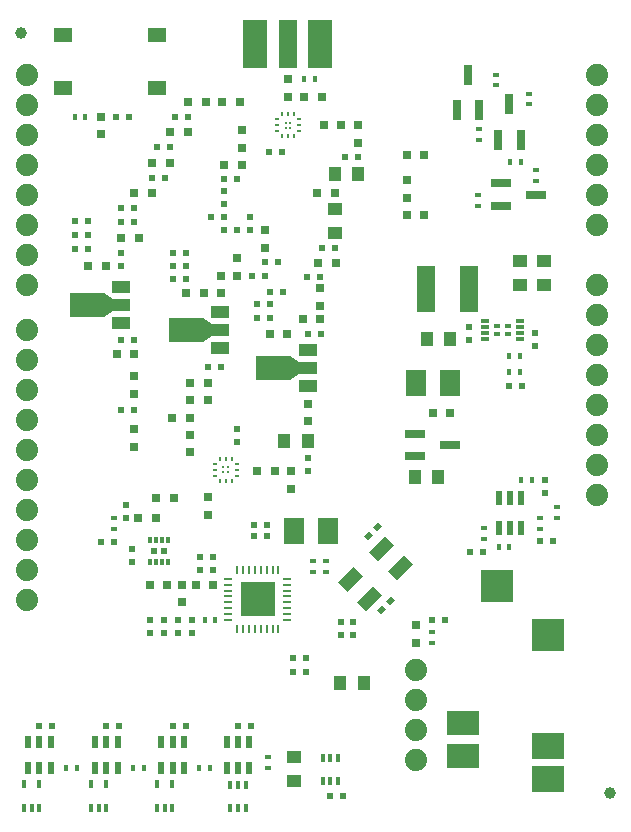
<source format=gtp>
G04 #@! TF.FileFunction,Paste,Top*
%FSLAX46Y46*%
G04 Gerber Fmt 4.6, Leading zero omitted, Abs format (unit mm)*
G04 Created by KiCad (PCBNEW 4.0.0-rc1-stable) date 2/9/2016 2:30:25 PM*
%MOMM*%
G01*
G04 APERTURE LIST*
%ADD10C,0.150000*%
%ADD11R,2.800000X2.000000*%
%ADD12R,2.800000X2.200000*%
%ADD13R,2.800000X2.800000*%
%ADD14C,1.879600*%
%ADD15R,0.254000X0.762000*%
%ADD16R,0.762000X0.254000*%
%ADD17R,2.999740X2.999740*%
%ADD18R,0.548640X1.198880*%
%ADD19R,1.550000X1.300000*%
%ADD20R,0.800000X0.750000*%
%ADD21R,0.750000X0.800000*%
%ADD22R,1.501140X1.000760*%
%ADD23R,2.999740X1.998980*%
%ADD24R,0.600000X0.500000*%
%ADD25R,0.500000X0.600000*%
%ADD26R,0.400000X0.600000*%
%ADD27R,0.600000X0.400000*%
%ADD28R,0.440000X0.200000*%
%ADD29R,0.200000X0.440000*%
%ADD30R,0.228000X0.228000*%
%ADD31R,0.600000X1.000000*%
%ADD32R,0.420000X0.700000*%
%ADD33R,0.398780X0.749300*%
%ADD34R,0.406400X0.660400*%
%ADD35R,1.000000X1.250000*%
%ADD36R,1.250000X1.000000*%
%ADD37C,0.998220*%
%ADD38R,1.800000X2.230000*%
%ADD39R,0.300000X0.500000*%
%ADD40R,0.528000X0.480000*%
%ADD41R,1.500000X4.000000*%
%ADD42R,0.750000X0.300000*%
%ADD43R,0.525000X0.435000*%
%ADD44R,1.800860X0.800100*%
%ADD45R,2.000000X4.064000*%
%ADD46R,1.524000X4.064000*%
%ADD47R,0.800100X1.800860*%
G04 APERTURE END LIST*
D10*
D11*
X39500000Y-3095000D03*
X39500000Y-295000D03*
D12*
X46700000Y-2195000D03*
X46700000Y-4995000D03*
D13*
X46700000Y7205000D03*
X42350000Y11305000D03*
D14*
X35470000Y1625000D03*
X35470000Y-915000D03*
X35470000Y-3455000D03*
X35470000Y4165000D03*
D15*
X23349680Y7680640D03*
X22849300Y7680640D03*
X22348920Y7680640D03*
X23850060Y7680640D03*
D16*
X24599360Y8429940D03*
X24599360Y8930320D03*
X24599360Y9430700D03*
X24599360Y9931080D03*
X24599360Y10428920D03*
X24599360Y10929300D03*
X24599360Y11429680D03*
X24599360Y11930060D03*
D15*
X20349940Y12679360D03*
X23850060Y12679360D03*
X23349680Y12679360D03*
X22849300Y12679360D03*
X22348920Y12679360D03*
X21851080Y12679360D03*
X21350700Y12679360D03*
X20850320Y12679360D03*
D16*
X19600640Y11930060D03*
X19600640Y11429680D03*
X19600640Y10929300D03*
X19600640Y10428920D03*
X19600640Y9931080D03*
X19600640Y9430700D03*
X19600640Y8930320D03*
X19600640Y8429940D03*
D15*
X20349940Y7680640D03*
X20850320Y7680640D03*
X21350700Y7680640D03*
X21851080Y7680640D03*
D17*
X22100000Y10180000D03*
D10*
G36*
X31301412Y9210092D02*
X30523722Y9987782D01*
X31867168Y11331228D01*
X32644858Y10553538D01*
X31301412Y9210092D01*
X31301412Y9210092D01*
G37*
G36*
X33916462Y11825142D02*
X33138772Y12602832D01*
X34482218Y13946278D01*
X35259908Y13168588D01*
X33916462Y11825142D01*
X33916462Y11825142D01*
G37*
G36*
X32292832Y13448772D02*
X31515142Y14226462D01*
X32858588Y15569908D01*
X33636278Y14792218D01*
X32292832Y13448772D01*
X32292832Y13448772D01*
G37*
G36*
X29677782Y10833722D02*
X28900092Y11611412D01*
X30243538Y12954858D01*
X31021228Y12177168D01*
X29677782Y10833722D01*
X29677782Y10833722D01*
G37*
D18*
X42510040Y18777940D03*
X43460000Y18777940D03*
X44409960Y18777940D03*
X44409960Y16182060D03*
X43460000Y16182060D03*
X42510040Y16182060D03*
D19*
X13545000Y53500000D03*
X5595000Y53500000D03*
X5595000Y58000000D03*
X13545000Y58000000D03*
D20*
X11660000Y30940000D03*
X10160000Y30940000D03*
X17870000Y28470000D03*
X16370000Y28470000D03*
D21*
X24930000Y21010000D03*
X24930000Y19510000D03*
D20*
X10550000Y40790000D03*
X12050000Y40790000D03*
D21*
X20380000Y37590000D03*
X20380000Y39090000D03*
D20*
X7750000Y38400000D03*
X9250000Y38400000D03*
X16060000Y36090000D03*
X17560000Y36090000D03*
D21*
X11660000Y27600000D03*
X11660000Y29100000D03*
X18950000Y37600000D03*
X18950000Y36100000D03*
X26320000Y25260000D03*
X26320000Y26760000D03*
D20*
X23110000Y32670000D03*
X24610000Y32670000D03*
X38400000Y25930000D03*
X36900000Y25930000D03*
D22*
X10561660Y33618860D03*
X10561660Y35120000D03*
X10561660Y36621140D03*
D23*
X7610180Y35120000D03*
D10*
G36*
X9084650Y36120760D02*
X9833950Y35620380D01*
X9833950Y34619620D01*
X9084650Y34119240D01*
X9084650Y36120760D01*
X9084650Y36120760D01*
G37*
D22*
X18941660Y31498860D03*
X18941660Y33000000D03*
X18941660Y34501140D03*
D23*
X15990180Y33000000D03*
D10*
G36*
X17464650Y34000760D02*
X18213950Y33500380D01*
X18213950Y32499620D01*
X17464650Y31999240D01*
X17464650Y34000760D01*
X17464650Y34000760D01*
G37*
D22*
X26321660Y28268860D03*
X26321660Y29770000D03*
X26321660Y31271140D03*
D23*
X23370180Y29770000D03*
D10*
G36*
X24844650Y30770760D02*
X25593950Y30270380D01*
X25593950Y29269620D01*
X24844650Y28769240D01*
X24844650Y30770760D01*
X24844650Y30770760D01*
G37*
D24*
X25060000Y5190000D03*
X26160000Y5190000D03*
X25060000Y4040000D03*
X26160000Y4040000D03*
D25*
X16500000Y8430000D03*
X16500000Y7330000D03*
X15360000Y8430000D03*
X15360000Y7330000D03*
X29110000Y8280000D03*
X29110000Y7180000D03*
X30180000Y8280000D03*
X30180000Y7180000D03*
X14190000Y8430000D03*
X14190000Y7330000D03*
X12950000Y8430000D03*
X12950000Y7330000D03*
D10*
G36*
X32525736Y8912182D02*
X32172182Y9265736D01*
X32596446Y9690000D01*
X32950000Y9336446D01*
X32525736Y8912182D01*
X32525736Y8912182D01*
G37*
G36*
X33303554Y9690000D02*
X32950000Y10043554D01*
X33374264Y10467818D01*
X33727818Y10114264D01*
X33303554Y9690000D01*
X33303554Y9690000D01*
G37*
G36*
X31455736Y15212182D02*
X31102182Y15565736D01*
X31526446Y15990000D01*
X31880000Y15636446D01*
X31455736Y15212182D01*
X31455736Y15212182D01*
G37*
G36*
X32233554Y15990000D02*
X31880000Y16343554D01*
X32304264Y16767818D01*
X32657818Y16414264D01*
X32233554Y15990000D01*
X32233554Y15990000D01*
G37*
D24*
X21820000Y15510000D03*
X22920000Y15510000D03*
X21820000Y16460000D03*
X22920000Y16460000D03*
D25*
X18320000Y12680000D03*
X18320000Y13780000D03*
X17180000Y12680000D03*
X17180000Y13780000D03*
D24*
X20420000Y-510000D03*
X21520000Y-510000D03*
X29340000Y-6470000D03*
X28240000Y-6470000D03*
D21*
X24650000Y52720000D03*
X24650000Y54220000D03*
X11660000Y23080000D03*
X11660000Y24580000D03*
X16360000Y22640000D03*
X16360000Y24140000D03*
D20*
X22030000Y21010000D03*
X23530000Y21010000D03*
D24*
X24160000Y48075000D03*
X23060000Y48075000D03*
X7730000Y41070000D03*
X6630000Y41070000D03*
D25*
X20310000Y23520000D03*
X20310000Y24620000D03*
X39950000Y32120000D03*
X39950000Y33220000D03*
D24*
X23110000Y35180000D03*
X22010000Y35180000D03*
X47100000Y15120000D03*
X46000000Y15120000D03*
D21*
X8790000Y49560000D03*
X8790000Y51060000D03*
D24*
X11240000Y51050000D03*
X10140000Y51050000D03*
D25*
X46390000Y20260000D03*
X46390000Y19160000D03*
D24*
X37930000Y8450000D03*
X36830000Y8450000D03*
D25*
X21480000Y41450000D03*
X21480000Y42550000D03*
D24*
X14660000Y48440000D03*
X13560000Y48440000D03*
X19210000Y42570000D03*
X18110000Y42570000D03*
X41200000Y14180000D03*
X40100000Y14180000D03*
D21*
X35460000Y8000000D03*
X35460000Y6500000D03*
D26*
X18500000Y8430000D03*
X17600000Y8430000D03*
X43410000Y14640000D03*
X42510000Y14640000D03*
D27*
X41220000Y16190000D03*
X41220000Y15290000D03*
D26*
X44410000Y20260000D03*
X45310000Y20260000D03*
X7490000Y51050000D03*
X6590000Y51050000D03*
D27*
X46000000Y17080000D03*
X46000000Y16180000D03*
X47430000Y17090000D03*
X47430000Y17990000D03*
X36830000Y7410000D03*
X36830000Y6510000D03*
X42275000Y54605000D03*
X42275000Y53705000D03*
X45075000Y52105000D03*
X45075000Y53005000D03*
D28*
X23720000Y50820000D03*
X23720000Y50320000D03*
X23720000Y49820000D03*
D29*
X24150000Y49390000D03*
X24650000Y49390000D03*
X25150000Y49390000D03*
D28*
X25580000Y49820000D03*
X25580000Y50320000D03*
X25580000Y50820000D03*
D29*
X25150000Y51250000D03*
X24650000Y51250000D03*
X24150000Y51250000D03*
D30*
X24840000Y50130000D03*
X24840000Y50510000D03*
X24460000Y50130000D03*
X24460000Y50510000D03*
D28*
X20310000Y20660000D03*
X20310000Y21160000D03*
X20310000Y21660000D03*
D29*
X19880000Y22090000D03*
X19380000Y22090000D03*
X18880000Y22090000D03*
D28*
X18450000Y21660000D03*
X18450000Y21160000D03*
X18450000Y20660000D03*
D29*
X18880000Y20230000D03*
X19380000Y20230000D03*
X19880000Y20230000D03*
D30*
X19190000Y21350000D03*
X19190000Y20970000D03*
X19570000Y21350000D03*
X19570000Y20970000D03*
D24*
X9285000Y-515000D03*
X10385000Y-515000D03*
X14885000Y-515000D03*
X15985000Y-515000D03*
X3610000Y-515000D03*
X4710000Y-515000D03*
X11660000Y43330000D03*
X10560000Y43330000D03*
X22740000Y38730000D03*
X23840000Y38730000D03*
D20*
X27410000Y33960000D03*
X25910000Y33960000D03*
D31*
X21370000Y-1880000D03*
X20420000Y-1880000D03*
X19470000Y-1880000D03*
X19470000Y-4080000D03*
X20420000Y-4080000D03*
X21370000Y-4080000D03*
X15835000Y-1890000D03*
X14885000Y-1890000D03*
X13935000Y-1890000D03*
X13935000Y-4090000D03*
X14885000Y-4090000D03*
X15835000Y-4090000D03*
X10235000Y-1890000D03*
X9285000Y-1890000D03*
X8335000Y-1890000D03*
X8335000Y-4090000D03*
X9285000Y-4090000D03*
X10235000Y-4090000D03*
X4560000Y-1890000D03*
X3610000Y-1890000D03*
X2660000Y-1890000D03*
X2660000Y-4090000D03*
X3610000Y-4090000D03*
X4560000Y-4090000D03*
D27*
X22970000Y-3180000D03*
X22970000Y-4080000D03*
D26*
X12460000Y-4090000D03*
X11560000Y-4090000D03*
X18040000Y-4090000D03*
X17140000Y-4090000D03*
X6785000Y-4090000D03*
X5885000Y-4090000D03*
D32*
X19770000Y-7450000D03*
X20420000Y-7450000D03*
X21070000Y-7450000D03*
X21070000Y-5550000D03*
X20420000Y-5550000D03*
X19770000Y-5550000D03*
D24*
X28630000Y39900000D03*
X27530000Y39900000D03*
D33*
X28890240Y-3290040D03*
X28240000Y-3290040D03*
X27589760Y-3290040D03*
X27589760Y-5189960D03*
X28240000Y-5189960D03*
X28890240Y-5189960D03*
D34*
X7969600Y-7506000D03*
X9290400Y-7506000D03*
X8630000Y-7506000D03*
X9290400Y-5474000D03*
X7969600Y-5474000D03*
X13559600Y-7506000D03*
X14880400Y-7506000D03*
X14220000Y-7506000D03*
X14880400Y-5474000D03*
X13559600Y-5474000D03*
X2289600Y-7506000D03*
X3610400Y-7506000D03*
X2950000Y-7506000D03*
X3610400Y-5474000D03*
X2289600Y-5474000D03*
D20*
X28630000Y44610000D03*
X27130000Y44610000D03*
X20560000Y52290000D03*
X19060000Y52290000D03*
X15000000Y18805000D03*
X13500000Y18805000D03*
X13160000Y44580000D03*
X11660000Y44580000D03*
D21*
X22740000Y41460000D03*
X22740000Y39960000D03*
D20*
X14670000Y47160000D03*
X13170000Y47160000D03*
X16160000Y49750000D03*
X14660000Y49750000D03*
X17680000Y52300000D03*
X16180000Y52300000D03*
X20760000Y46990000D03*
X19260000Y46990000D03*
D24*
X7720000Y39880000D03*
X6620000Y39880000D03*
X16060000Y37270000D03*
X14960000Y37270000D03*
X23110000Y34030000D03*
X22010000Y34030000D03*
X16060000Y38420000D03*
X14960000Y38420000D03*
D20*
X16360000Y25540000D03*
X14860000Y25540000D03*
D24*
X11660000Y26220000D03*
X10560000Y26220000D03*
X7730000Y42200000D03*
X6630000Y42200000D03*
X16060000Y39540000D03*
X14960000Y39540000D03*
X23100000Y36180000D03*
X24200000Y36180000D03*
X13170000Y45860000D03*
X14270000Y45860000D03*
D35*
X26320000Y23590000D03*
X24320000Y23590000D03*
D24*
X16160000Y51050000D03*
X15060000Y51050000D03*
X19210000Y45770000D03*
X20310000Y45770000D03*
X30620000Y47650000D03*
X29520000Y47650000D03*
D21*
X20770000Y49910000D03*
X20770000Y48410000D03*
D20*
X27680000Y50320000D03*
X29180000Y50320000D03*
X12950000Y11430000D03*
X14450000Y11430000D03*
D24*
X27400000Y37490000D03*
X26300000Y37490000D03*
D25*
X10950000Y17030000D03*
X10950000Y18130000D03*
D24*
X9900000Y15005000D03*
X8800000Y15005000D03*
X11660000Y32150000D03*
X10560000Y32150000D03*
D20*
X16360000Y27050000D03*
X17860000Y27050000D03*
D24*
X17860000Y29820000D03*
X18960000Y29820000D03*
D25*
X10560000Y39510000D03*
X10560000Y38410000D03*
X26320000Y21010000D03*
X26320000Y22110000D03*
D24*
X11660000Y42130000D03*
X10560000Y42130000D03*
X22740000Y37600000D03*
X21640000Y37600000D03*
X27420000Y32670000D03*
X26320000Y32670000D03*
X19230000Y41450000D03*
X20330000Y41450000D03*
D36*
X28630000Y43220000D03*
X28630000Y41220000D03*
D25*
X19220000Y44720000D03*
X19220000Y43620000D03*
D35*
X30630000Y46160000D03*
X28630000Y46160000D03*
D25*
X11475000Y13305000D03*
X11475000Y14405000D03*
D27*
X9900000Y17030000D03*
X9900000Y16130000D03*
D37*
X51960000Y-6190000D03*
X2050000Y58160000D03*
D38*
X28090000Y15940000D03*
X25170000Y15940000D03*
D39*
X13000000Y13305000D03*
X13500000Y13305000D03*
X14000000Y13305000D03*
X14500000Y13305000D03*
X14500000Y15205000D03*
X14000000Y15205000D03*
X13500000Y15205000D03*
X13000000Y15205000D03*
D40*
X14190000Y14255000D03*
X13310000Y14255000D03*
D21*
X34700000Y44160000D03*
X34700000Y45660000D03*
D20*
X34700000Y47820000D03*
X36200000Y47820000D03*
X34700000Y42740000D03*
X36200000Y42740000D03*
X27500000Y52730000D03*
X26000000Y52730000D03*
D21*
X17860000Y17310000D03*
X17860000Y18810000D03*
D26*
X26010000Y54220000D03*
X26910000Y54220000D03*
D25*
X45560000Y32720000D03*
X45560000Y31620000D03*
D24*
X44480000Y28230000D03*
X43380000Y28230000D03*
D38*
X35490000Y28505000D03*
X38410000Y28505000D03*
D26*
X43380000Y29470000D03*
X44280000Y29470000D03*
X44280000Y30810000D03*
X43380000Y30810000D03*
D36*
X46360000Y36810000D03*
X46360000Y38810000D03*
X44280000Y36810000D03*
X44280000Y38810000D03*
D35*
X36400000Y32260000D03*
X38400000Y32260000D03*
D41*
X39950000Y36480000D03*
X36350000Y36480000D03*
D35*
X37400000Y20580000D03*
X35400000Y20580000D03*
D20*
X13500000Y17030000D03*
X12000000Y17030000D03*
D21*
X27400000Y36550000D03*
X27400000Y35050000D03*
D20*
X28730000Y38660000D03*
X27230000Y38660000D03*
D21*
X30620000Y50320000D03*
X30620000Y48820000D03*
D35*
X31080000Y3090000D03*
X29080000Y3090000D03*
D36*
X25200000Y-5180000D03*
X25200000Y-3180000D03*
D42*
X44280000Y32220000D03*
X44280000Y32720000D03*
X44280000Y33220000D03*
X44280000Y33720000D03*
X41380000Y33720000D03*
X41380000Y33220000D03*
X41380000Y32720000D03*
X41380000Y32220000D03*
D43*
X42392500Y33332500D03*
X42392500Y32607500D03*
X43267500Y33332500D03*
X43267500Y32607500D03*
D44*
X35398860Y24180000D03*
X35398860Y22280000D03*
X38401140Y23230000D03*
D45*
X21878000Y57240000D03*
X27402000Y57240000D03*
D46*
X24640000Y57240000D03*
D20*
X16850000Y11430000D03*
X18350000Y11430000D03*
D21*
X15650000Y9930000D03*
X15650000Y11430000D03*
D44*
X42698860Y45405000D03*
X42698860Y43505000D03*
X45701140Y44455000D03*
D47*
X42450000Y49103860D03*
X44350000Y49103860D03*
X43400000Y52106140D03*
X38975000Y51603860D03*
X40875000Y51603860D03*
X39925000Y54606140D03*
D27*
X40725000Y43505000D03*
X40725000Y44405000D03*
X27875000Y12530000D03*
X27875000Y13430000D03*
D26*
X44350000Y47230000D03*
X43450000Y47230000D03*
D27*
X40875000Y50005000D03*
X40875000Y49105000D03*
X45700000Y45605000D03*
X45700000Y46505000D03*
D14*
X50830000Y26680000D03*
X50830000Y29220000D03*
X50830000Y41920000D03*
X50830000Y44460000D03*
X50830000Y47000000D03*
X50830000Y49540000D03*
X50830000Y52080000D03*
X50830000Y54620000D03*
X2570000Y15250000D03*
X2570000Y49540000D03*
X2570000Y47000000D03*
X2570000Y44460000D03*
X2570000Y41920000D03*
X2570000Y39380000D03*
X2570000Y36840000D03*
X2570000Y33030000D03*
X2570000Y30490000D03*
X2570000Y27950000D03*
X2570000Y25410000D03*
X2570000Y22870000D03*
X2570000Y20330000D03*
X50830000Y31760000D03*
X50830000Y34300000D03*
X2570000Y17790000D03*
X50830000Y24140000D03*
X2570000Y54620000D03*
X2570000Y52080000D03*
X50830000Y36840000D03*
X2570000Y12710000D03*
X2570000Y10170000D03*
X50830000Y21600000D03*
X50830000Y19060000D03*
D27*
X26750000Y12530000D03*
X26750000Y13430000D03*
M02*

</source>
